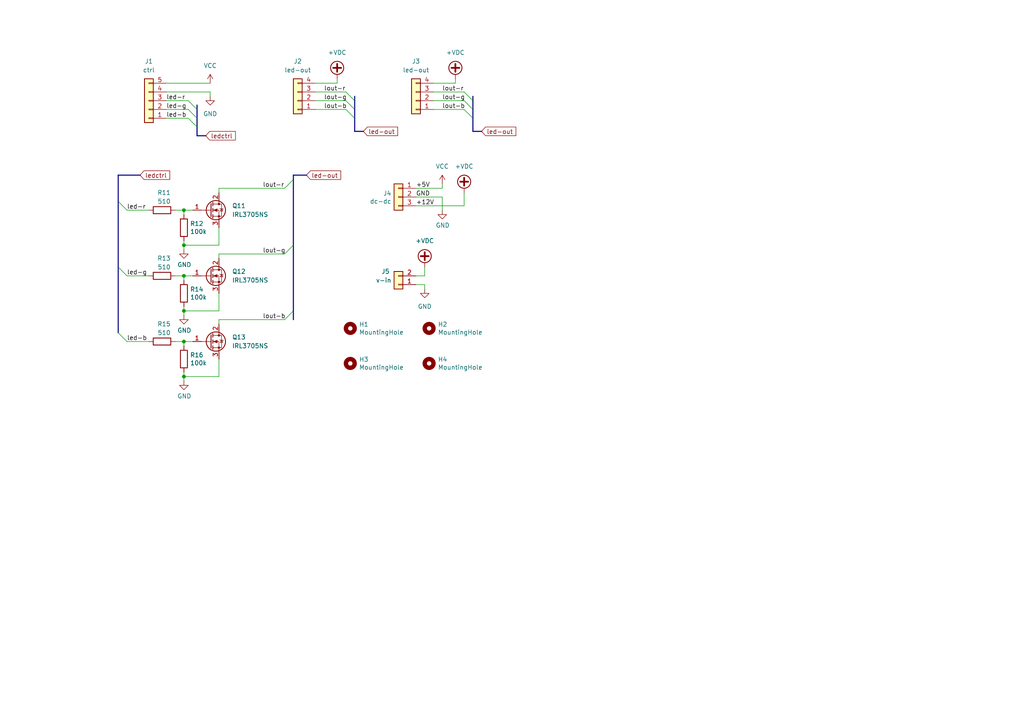
<source format=kicad_sch>
(kicad_sch (version 20230121) (generator eeschema)
  (paper "A4")
  (lib_symbols
    (symbol "Connector_Generic:Conn_01x02" (pin_names (offset 1.016) hide)
      (property "Reference" "J" (at 0 2.54 0))
      (property "Value" "Conn_01x02" (at 0 -5.08 0))
      (symbol "Conn_01x02_1_1"
        (rectangle (start -1.27 -2.413) (end 0 -2.667) (stroke (width 0.1524)))
        (rectangle (start -1.27 0.127) (end 0 -0.127) (stroke (width 0.1524)))
        (rectangle (start -1.27 1.27) (end 1.27 -3.81) (stroke (width 0.254)) (fill (type background)))
        (pin passive line (at -5.08 0 0) (length 3.81) (name "Pin_1") (number "1"))
        (pin passive line (at -5.08 -2.54 0) (length 3.81) (name "Pin_2") (number "2"))
      )
    )
    (symbol "Connector_Generic:Conn_01x03" (pin_names (offset 1.016) hide)
      (property "Reference" "J" (at 0 5.08 0))
      (property "Value" "Conn_01x03" (at 0 -5.08 0))
      (symbol "Conn_01x03_1_1"
        (rectangle (start -1.27 -2.413) (end 0 -2.667) (stroke (width 0.1524)))
        (rectangle (start -1.27 0.127) (end 0 -0.127) (stroke (width 0.1524)))
        (rectangle (start -1.27 2.667) (end 0 2.413) (stroke (width 0.1524)))
        (rectangle (start -1.27 3.81) (end 1.27 -3.81) (stroke (width 0.254)) (fill (type background)))
        (pin passive line (at -5.08 2.54 0) (length 3.81) (name "Pin_1") (number "1"))
        (pin passive line (at -5.08 0 0) (length 3.81) (name "Pin_2") (number "2"))
        (pin passive line (at -5.08 -2.54 0) (length 3.81) (name "Pin_3") (number "3"))
      )
    )
    (symbol "Connector_Generic:Conn_01x04" (pin_names (offset 1.016) hide)
      (property "Reference" "J" (at 0 5.08 0))
      (property "Value" "Conn_01x04" (at 0 -7.62 0))
      (symbol "Conn_01x04_1_1"
        (rectangle (start -1.27 -4.953) (end 0 -5.207) (stroke (width 0.1524)))
        (rectangle (start -1.27 -2.413) (end 0 -2.667) (stroke (width 0.1524)))
        (rectangle (start -1.27 0.127) (end 0 -0.127) (stroke (width 0.1524)))
        (rectangle (start -1.27 2.667) (end 0 2.413) (stroke (width 0.1524)))
        (rectangle (start -1.27 3.81) (end 1.27 -6.35) (stroke (width 0.254)) (fill (type background)))
        (pin passive line (at -5.08 2.54 0) (length 3.81) (name "Pin_1") (number "1"))
        (pin passive line (at -5.08 0 0) (length 3.81) (name "Pin_2") (number "2"))
        (pin passive line (at -5.08 -2.54 0) (length 3.81) (name "Pin_3") (number "3"))
        (pin passive line (at -5.08 -5.08 0) (length 3.81) (name "Pin_4") (number "4"))
      )
    )
    (symbol "Connector_Generic:Conn_01x05" (pin_names (offset 1.016) hide)
      (property "Reference" "J" (at 0 7.62 0))
      (property "Value" "Conn_01x05" (at 0 -7.62 0))
      (symbol "Conn_01x05_1_1"
        (rectangle (start -1.27 -4.953) (end 0 -5.207) (stroke (width 0.1524)))
        (rectangle (start -1.27 -2.413) (end 0 -2.667) (stroke (width 0.1524)))
        (rectangle (start -1.27 0.127) (end 0 -0.127) (stroke (width 0.1524)))
        (rectangle (start -1.27 2.667) (end 0 2.413) (stroke (width 0.1524)))
        (rectangle (start -1.27 5.207) (end 0 4.953) (stroke (width 0.1524)))
        (rectangle (start -1.27 6.35) (end 1.27 -6.35) (stroke (width 0.254)) (fill (type background)))
        (pin passive line (at -5.08 5.08 0) (length 3.81) (name "Pin_1") (number "1"))
        (pin passive line (at -5.08 2.54 0) (length 3.81) (name "Pin_2") (number "2"))
        (pin passive line (at -5.08 0 0) (length 3.81) (name "Pin_3") (number "3"))
        (pin passive line (at -5.08 -2.54 0) (length 3.81) (name "Pin_4") (number "4"))
        (pin passive line (at -5.08 -5.08 0) (length 3.81) (name "Pin_5") (number "5"))
      )
    )
    (symbol "Device:Q_NMOS_GDS" (pin_names (offset 0) hide)
      (property "Reference" "Q" (at 5.08 1.27 0))
      (property "Value" "Q_NMOS_GDS" (at 5.08 -1.27 0))
      (symbol "Q_NMOS_GDS_0_1"
        (polyline (pts (xy 0.254 0) (xy -2.54 0)))
        (polyline (pts (xy 0.254 1.905) (xy 0.254 -1.905)) (stroke (width 0.254)))
        (polyline (pts (xy 0.762 -1.27) (xy 0.762 -2.286)) (stroke (width 0.254)))
        (polyline (pts (xy 0.762 0.508) (xy 0.762 -0.508)) (stroke (width 0.254)))
        (polyline (pts (xy 0.762 2.286) (xy 0.762 1.27)) (stroke (width 0.254)))
        (polyline (pts (xy 2.54 2.54) (xy 2.54 1.778)))
        (polyline (pts (xy 2.54 -2.54) (xy 2.54 0) (xy 0.762 0)))
        (polyline (pts (xy 0.762 -1.778) (xy 3.302 -1.778) (xy 3.302 1.778) (xy 0.762 1.778)))
        (polyline (pts (xy 1.016 0) (xy 2.032 0.381) (xy 2.032 -0.381) (xy 1.016 0)) (fill (type outline)))
        (polyline (pts (xy 2.794 0.508) (xy 2.921 0.381) (xy 3.683 0.381) (xy 3.81 0.254)))
        (polyline (pts (xy 3.302 0.381) (xy 2.921 -0.254) (xy 3.683 -0.254) (xy 3.302 0.381)))
        (circle (center 1.651 0) (radius 2.794) (stroke (width 0.254)))
        (circle (center 2.54 -1.778) (radius 0.254) (fill (type outline)))
        (circle (center 2.54 1.778) (radius 0.254) (fill (type outline)))
      )
      (symbol "Q_NMOS_GDS_1_1"
        (pin input line (at -5.08 0 0) (length 2.54) (name "G") (number "1"))
        (pin passive line (at 2.54 5.08 270) (length 2.54) (name "D") (number "2"))
        (pin passive line (at 2.54 -5.08 90) (length 2.54) (name "S") (number "3"))
      )
    )
    (symbol "Device:R" (pin_numbers hide) (pin_names (offset 0))
      (property "Reference" "R" (at 2.032 0 90))
      (property "Value" "R" (at 0 0 90))
      (symbol "R_0_1"
        (rectangle (start -1.016 -2.54) (end 1.016 2.54) (stroke (width 0.254)))
      )
      (symbol "R_1_1"
        (pin passive line (at 0 3.81 270) (length 1.27) (name "~") (number "1"))
        (pin passive line (at 0 -3.81 90) (length 1.27) (name "~") (number "2"))
      )
    )
    (symbol "Mechanical:MountingHole" (pin_names (offset 1.016))
      (property "Reference" "H" (at 0 5.08 0))
      (property "Value" "MountingHole" (at 0 3.175 0))
      (symbol "MountingHole_0_1"
        (circle (center 0 0) (radius 1.27) (stroke (width 1.27)))
      )
    )
    (symbol "power:+VDC" (power) (pin_names (offset 0))
      (property "Value" "+VDC" (at 0 6.35 0))
      (symbol "+VDC_0_1"
        (polyline (pts (xy -1.143 3.175) (xy 1.143 3.175)) (stroke (width 0.508)))
        (polyline (pts (xy 0 0) (xy 0 1.27)))
        (polyline (pts (xy 0 2.032) (xy 0 4.318)) (stroke (width 0.508)))
        (circle (center 0 3.175) (radius 1.905) (stroke (width 0.254)))
      )
      (symbol "+VDC_1_1"
        (pin power_in line (at 0 0 90) (length 0) hide (name "+VDC") (number "1"))
      )
    )
    (symbol "power:GND" (power) (pin_names (offset 0))
      (property "Value" "GND" (at 0 -3.81 0))
      (symbol "GND_0_1"
        (polyline (pts (xy 0 0) (xy 0 -1.27) (xy 1.27 -1.27) (xy 0 -2.54) (xy -1.27 -1.27) (xy 0 -1.27)))
      )
      (symbol "GND_1_1"
        (pin power_in line (at 0 0 270) (length 0) hide (name "GND") (number "1"))
      )
    )
    (symbol "power:VCC" (power) (pin_names (offset 0))
      (property "Value" "VCC" (at 0 3.81 0))
      (symbol "VCC_0_1"
        (polyline (pts (xy -0.762 1.27) (xy 0 2.54)))
        (polyline (pts (xy 0 0) (xy 0 2.54)))
        (polyline (pts (xy 0 2.54) (xy 0.762 1.27)))
      )
      (symbol "VCC_1_1"
        (pin power_in line (at 0 0 90) (length 0) hide (name "VCC") (number "1"))
      )
    )
  )
  (junction (at 53.34 80.01))
  (junction (at 53.34 90.17))
  (junction (at 53.34 60.96))
  (junction (at 53.34 71.12))
  (junction (at 53.34 99.06))
  (junction (at 53.34 109.22))
  (bus_entry (at 34.29 58.42) (size 2.54 2.54))
  (bus_entry (at 54.61 29.21) (size 2.54 2.54))
  (bus_entry (at 100.33 31.75) (size 2.54 2.54))
  (bus_entry (at 82.55 73.66) (size 2.54 -2.54))
  (bus_entry (at 34.29 77.47) (size 2.54 2.54))
  (bus_entry (at 100.33 29.21) (size 2.54 2.54))
  (bus_entry (at 82.55 92.71) (size 2.54 -2.54))
  (bus_entry (at 134.62 31.75) (size 2.54 2.54))
  (bus_entry (at 134.62 29.21) (size 2.54 2.54))
  (bus_entry (at 34.29 96.52) (size 2.54 2.54))
  (bus_entry (at 134.62 26.67) (size 2.54 2.54))
  (bus_entry (at 82.55 54.61) (size 2.54 -2.54))
  (bus_entry (at 54.61 34.29) (size 2.54 2.54))
  (bus_entry (at 54.61 31.75) (size 2.54 2.54))
  (bus_entry (at 100.33 26.67) (size 2.54 2.54))
  (bus (pts (xy 85.09 92.71) (xy 85.09 90.17)))
  (wire (pts (xy 50.8 60.96) (xy 53.34 60.96)))
  (wire (pts (xy 63.5 54.61) (xy 63.5 55.88)))
  (bus (pts (xy 137.16 27.94) (xy 137.16 29.21)))
  (wire (pts (xy 132.08 24.13) (xy 132.08 22.86)))
  (wire (pts (xy 63.5 92.71) (xy 82.55 92.71)))
  (bus (pts (xy 137.16 38.1) (xy 139.7 38.1)))
  (wire (pts (xy 48.26 34.29) (xy 54.61 34.29)))
  (wire (pts (xy 53.34 69.85) (xy 53.34 71.12)))
  (bus (pts (xy 85.09 50.8) (xy 88.9 50.8)))
  (wire (pts (xy 125.73 29.21) (xy 134.62 29.21)))
  (wire (pts (xy 120.65 82.55) (xy 123.19 82.55)))
  (wire (pts (xy 53.34 107.95) (xy 53.34 109.22)))
  (bus (pts (xy 102.87 38.1) (xy 105.41 38.1)))
  (bus (pts (xy 102.87 29.21) (xy 102.87 31.75)))
  (wire (pts (xy 36.83 80.01) (xy 43.18 80.01)))
  (wire (pts (xy 125.73 31.75) (xy 134.62 31.75)))
  (wire (pts (xy 63.5 92.71) (xy 63.5 93.98)))
  (bus (pts (xy 57.15 36.83) (xy 57.15 39.37)))
  (wire (pts (xy 50.8 80.01) (xy 53.34 80.01)))
  (bus (pts (xy 57.15 31.75) (xy 57.15 34.29)))
  (wire (pts (xy 48.26 31.75) (xy 54.61 31.75)))
  (wire (pts (xy 53.34 60.96) (xy 55.88 60.96)))
  (bus (pts (xy 102.87 31.75) (xy 102.87 34.29)))
  (wire (pts (xy 53.34 88.9) (xy 53.34 90.17)))
  (bus (pts (xy 34.29 58.42) (xy 34.29 77.47)))
  (bus (pts (xy 85.09 52.07) (xy 85.09 50.8)))
  (wire (pts (xy 53.34 80.01) (xy 53.34 81.28)))
  (wire (pts (xy 53.34 109.22) (xy 53.34 110.49)))
  (wire (pts (xy 120.65 80.01) (xy 123.19 80.01)))
  (bus (pts (xy 102.87 27.94) (xy 102.87 29.21)))
  (wire (pts (xy 63.5 104.14) (xy 63.5 109.22)))
  (wire (pts (xy 63.5 73.66) (xy 63.5 74.93)))
  (wire (pts (xy 48.26 26.67) (xy 60.96 26.67)))
  (wire (pts (xy 125.73 26.67) (xy 134.62 26.67)))
  (bus (pts (xy 40.64 50.8) (xy 34.29 50.8)))
  (wire (pts (xy 63.5 85.09) (xy 63.5 90.17)))
  (wire (pts (xy 53.34 71.12) (xy 63.5 71.12)))
  (wire (pts (xy 53.34 109.22) (xy 63.5 109.22)))
  (wire (pts (xy 123.19 80.01) (xy 123.19 77.47)))
  (wire (pts (xy 63.5 73.66) (xy 82.55 73.66)))
  (wire (pts (xy 60.96 26.67) (xy 60.96 27.94)))
  (wire (pts (xy 134.62 59.69) (xy 134.62 55.88)))
  (bus (pts (xy 34.29 77.47) (xy 34.29 96.52)))
  (wire (pts (xy 53.34 90.17) (xy 63.5 90.17)))
  (wire (pts (xy 53.34 99.06) (xy 55.88 99.06)))
  (bus (pts (xy 85.09 90.17) (xy 85.09 71.12)))
  (bus (pts (xy 57.15 30.48) (xy 57.15 31.75)))
  (wire (pts (xy 120.65 59.69) (xy 134.62 59.69)))
  (wire (pts (xy 63.5 54.61) (xy 82.55 54.61)))
  (wire (pts (xy 128.27 54.61) (xy 128.27 53.34)))
  (wire (pts (xy 123.19 82.55) (xy 123.19 83.82)))
  (bus (pts (xy 57.15 34.29) (xy 57.15 36.83)))
  (wire (pts (xy 128.27 57.15) (xy 128.27 60.96)))
  (wire (pts (xy 91.44 31.75) (xy 100.33 31.75)))
  (wire (pts (xy 53.34 71.12) (xy 53.34 72.39)))
  (wire (pts (xy 91.44 29.21) (xy 100.33 29.21)))
  (wire (pts (xy 63.5 66.04) (xy 63.5 71.12)))
  (wire (pts (xy 91.44 24.13) (xy 97.79 24.13)))
  (wire (pts (xy 36.83 60.96) (xy 43.18 60.96)))
  (wire (pts (xy 125.73 24.13) (xy 132.08 24.13)))
  (wire (pts (xy 97.79 24.13) (xy 97.79 22.86)))
  (wire (pts (xy 91.44 26.67) (xy 100.33 26.67)))
  (wire (pts (xy 48.26 24.13) (xy 60.96 24.13)))
  (bus (pts (xy 85.09 71.12) (xy 85.09 52.07)))
  (bus (pts (xy 34.29 50.8) (xy 34.29 58.42)))
  (wire (pts (xy 53.34 80.01) (xy 55.88 80.01)))
  (wire (pts (xy 53.34 99.06) (xy 53.34 100.33)))
  (wire (pts (xy 120.65 54.61) (xy 128.27 54.61)))
  (wire (pts (xy 120.65 57.15) (xy 128.27 57.15)))
  (wire (pts (xy 36.83 99.06) (xy 43.18 99.06)))
  (wire (pts (xy 48.26 29.21) (xy 54.61 29.21)))
  (wire (pts (xy 53.34 60.96) (xy 53.34 62.23)))
  (wire (pts (xy 53.34 90.17) (xy 53.34 91.44)))
  (wire (pts (xy 50.8 99.06) (xy 53.34 99.06)))
  (bus (pts (xy 137.16 29.21) (xy 137.16 31.75)))
  (bus (pts (xy 137.16 34.29) (xy 137.16 38.1)))
  (bus (pts (xy 137.16 31.75) (xy 137.16 34.29)))
  (bus (pts (xy 102.87 34.29) (xy 102.87 38.1)))
  (bus (pts (xy 57.15 39.37) (xy 59.69 39.37)))
  (label "led-b" (at 36.83 99.06 0))
  (label "lout-r" (at 93.98 26.67 0))
  (label "led-b" (at 48.26 34.29 0))
  (label "lout-b" (at 93.98 31.75 0))
  (label "lout-r" (at 76.2 54.61 0))
  (label "+5V" (at 120.65 54.61 0))
  (label "lout-b" (at 128.27 31.75 0))
  (label "GND" (at 120.65 57.15 0))
  (label "lout-b" (at 76.2 92.71 0))
  (label "+12V" (at 120.65 59.69 0))
  (label "lout-g" (at 128.27 29.21 0))
  (label "lout-g" (at 93.98 29.21 0))
  (label "led-r" (at 48.26 29.21 0))
  (label "led-g" (at 48.26 31.75 0))
  (label "lout-r" (at 128.27 26.67 0))
  (label "lout-g" (at 76.2 73.66 0))
  (label "led-g" (at 36.83 80.01 0))
  (label "led-r" (at 36.83 60.96 0))
  (global_label "ledctrl" (shape input) (at 40.64 50.8 0) (property "Intersheetrefs" "${INTERSHEET_REFS}" (effects hide)))
  (global_label "led-out" (shape input) (at 88.9 50.8 0) (property "Intersheetrefs" "${INTERSHEET_REFS}" (effects hide)))
  (global_label "led-out" (shape input) (at 105.41 38.1 0) (property "Intersheetrefs" "${INTERSHEET_REFS}" (effects hide)))
  (global_label "ledctrl" (shape input) (at 59.69 39.37 0) (property "Intersheetrefs" "${INTERSHEET_REFS}" (effects hide)))
  (global_label "led-out" (shape input) (at 139.7 38.1 0) (property "Intersheetrefs" "${INTERSHEET_REFS}" (effects hide)))
  (symbol (lib_id "Mechanical:MountingHole") (at 101.6 95.25 0) (unit 1)
    (property "Reference" "H1" (at 104.14 94.0816 0) (effects (justify left)))
    (property "Value" "MountingHole" (at 104.14 96.393 0) (effects (justify left)))
    (property "Footprint" "MountingHole:MountingHole_3.2mm_M3" (effects hide))
  )
  (symbol (lib_id "Device:R") (at 46.99 99.06 90) (unit 1)
    (property "Reference" "R15" (at 49.53 93.98 90) (effects (justify left)))
    (property "Value" "510" (at 49.53 96.52 90) (effects (justify left)))
    (property "Footprint" "Resistor_SMD:R_0805_2012Metric" (effects hide))
  )
  (symbol (lib_id "power:GND") (at 128.27 60.96 0) (unit 1)
    (property "Reference" "#PWR07" (effects hide))
    (property "Value" "GND" (at 128.397 65.3542 0))
  )
  (symbol (lib_id "Connector_Generic:Conn_01x04") (at 120.65 29.21 180) (unit 1)
    (property "Reference" "J3" (at 120.65 17.78 0))
    (property "Value" "led-out" (at 120.65 20.32 0))
    (property "Footprint" "Connector_JST:JST_XH_S4B-XH-A_1x04_P2.50mm_Horizontal" (effects hide))
  )
  (symbol (lib_id "Mechanical:MountingHole") (at 124.46 105.41 0) (unit 1)
    (property "Reference" "H4" (at 127 104.2416 0) (effects (justify left)))
    (property "Value" "MountingHole" (at 127 106.553 0) (effects (justify left)))
    (property "Footprint" "MountingHole:MountingHole_3.2mm_M3" (effects hide))
  )
  (symbol (lib_id "Device:R") (at 53.34 104.14 0) (unit 1)
    (property "Reference" "R16" (at 55.118 102.9716 0) (effects (justify left)))
    (property "Value" "100k" (at 55.118 105.283 0) (effects (justify left)))
    (property "Footprint" "Resistor_SMD:R_0805_2012Metric" (effects hide))
  )
  (symbol (lib_id "Device:R") (at 53.34 85.09 0) (unit 1)
    (property "Reference" "R14" (at 55.118 83.9216 0) (effects (justify left)))
    (property "Value" "100k" (at 55.118 86.233 0) (effects (justify left)))
    (property "Footprint" "Resistor_SMD:R_0805_2012Metric" (effects hide))
  )
  (symbol (lib_id "power:+VDC") (at 132.08 22.86 0) (unit 1)
    (property "Reference" "#PWR05" (effects hide))
    (property "Value" "+VDC" (at 132.08 15.24 0))
  )
  (symbol (lib_id "Device:R") (at 46.99 80.01 90) (unit 1)
    (property "Reference" "R13" (at 49.53 74.93 90) (effects (justify left)))
    (property "Value" "510" (at 49.53 77.47 90) (effects (justify left)))
    (property "Footprint" "Resistor_SMD:R_0805_2012Metric" (effects hide))
  )
  (symbol (lib_id "Device:R") (at 53.34 66.04 0) (unit 1)
    (property "Reference" "R12" (at 55.118 64.8716 0) (effects (justify left)))
    (property "Value" "100k" (at 55.118 67.183 0) (effects (justify left)))
    (property "Footprint" "Resistor_SMD:R_0805_2012Metric" (effects hide))
  )
  (symbol (lib_id "Mechanical:MountingHole") (at 101.6 105.41 0) (unit 1)
    (property "Reference" "H3" (at 104.14 104.2416 0) (effects (justify left)))
    (property "Value" "MountingHole" (at 104.14 106.553 0) (effects (justify left)))
    (property "Footprint" "MountingHole:MountingHole_3.2mm_M3" (effects hide))
  )
  (symbol (lib_id "Device:Q_NMOS_GDS") (at 60.96 60.96 0) (unit 1)
    (property "Reference" "Q11" (at 67.31 59.69 0) (effects (justify left)))
    (property "Value" "IRL3705NS" (at 67.31 62.23 0) (effects (justify left)))
    (property "Footprint" "Package_TO_SOT_SMD:TO-263-2" (effects hide))
  )
  (symbol (lib_id "power:+VDC") (at 123.19 77.47 0) (unit 1)
    (property "Reference" "#PWR012" (effects hide))
    (property "Value" "+VDC" (at 123.19 69.85 0))
  )
  (symbol (lib_id "power:VCC") (at 60.96 24.13 0) (unit 1)
    (property "Reference" "#PWR01" (effects hide))
    (property "Value" "VCC" (at 60.96 19.05 0))
  )
  (symbol (lib_id "power:GND") (at 123.19 83.82 0) (unit 1)
    (property "Reference" "#PWR011" (effects hide))
    (property "Value" "GND" (at 123.19 88.9 0))
  )
  (symbol (lib_id "Mechanical:MountingHole") (at 124.46 95.25 0) (unit 1)
    (property "Reference" "H2" (at 127 94.0816 0) (effects (justify left)))
    (property "Value" "MountingHole" (at 127 96.393 0) (effects (justify left)))
    (property "Footprint" "MountingHole:MountingHole_3.2mm_M3" (effects hide))
  )
  (symbol (lib_id "power:+VDC") (at 97.79 22.86 0) (unit 1)
    (property "Reference" "#PWR03" (effects hide))
    (property "Value" "+VDC" (at 97.79 15.24 0))
  )
  (symbol (lib_id "power:GND") (at 53.34 110.49 0) (unit 1)
    (property "Reference" "#PWR08" (effects hide))
    (property "Value" "GND" (at 53.467 114.8842 0))
  )
  (symbol (lib_id "Connector_Generic:Conn_01x03") (at 115.57 57.15 0) (mirror y) (unit 1)
    (property "Reference" "J4" (at 113.538 56.0832 0) (effects (justify left)))
    (property "Value" "dc-dc" (at 113.538 58.3946 0) (effects (justify left)))
    (property "Footprint" "Connector_PinHeader_2.54mm:PinHeader_1x03_P2.54mm_Vertical" (effects hide))
  )
  (symbol (lib_id "power:GND") (at 60.96 27.94 0) (unit 1)
    (property "Reference" "#PWR02" (effects hide))
    (property "Value" "GND" (at 60.96 33.02 0))
  )
  (symbol (lib_id "power:+VDC") (at 134.62 55.88 0) (unit 1)
    (property "Reference" "#PWR010" (effects hide))
    (property "Value" "+VDC" (at 134.62 48.26 0))
  )
  (symbol (lib_id "Connector_Generic:Conn_01x02") (at 115.57 82.55 180) (unit 1)
    (property "Reference" "J5" (at 113.03 78.74 0) (effects (justify left)))
    (property "Value" "v-in" (at 113.538 81.3054 0) (effects (justify left)))
    (property "Footprint" "Connector_Wire:SolderWire-0.75sqmm_1x02_P4.8mm_D1.25mm_OD2.3mm" (effects hide))
  )
  (symbol (lib_id "power:VCC") (at 128.27 53.34 0) (unit 1)
    (property "Reference" "#PWR09" (effects hide))
    (property "Value" "VCC" (at 128.27 48.26 0))
  )
  (symbol (lib_id "power:GND") (at 53.34 91.44 0) (unit 1)
    (property "Reference" "#PWR06" (effects hide))
    (property "Value" "GND" (at 53.467 95.8342 0))
  )
  (symbol (lib_id "power:GND") (at 53.34 72.39 0) (unit 1)
    (property "Reference" "#PWR04" (effects hide))
    (property "Value" "GND" (at 53.467 76.7842 0))
  )
  (symbol (lib_id "Device:Q_NMOS_GDS") (at 60.96 80.01 0) (unit 1)
    (property "Reference" "Q12" (at 67.31 78.74 0) (effects (justify left)))
    (property "Value" "IRL3705NS" (at 67.31 81.28 0) (effects (justify left)))
    (property "Footprint" "Package_TO_SOT_SMD:TO-263-2" (effects hide))
  )
  (symbol (lib_id "Connector_Generic:Conn_01x05") (at 43.18 29.21 180) (unit 1)
    (property "Reference" "J1" (at 43.18 17.78 0))
    (property "Value" "ctrl" (at 43.18 20.32 0))
    (property "Footprint" "Connector_JST:JST_XH_S5B-XH-A_1x05_P2.50mm_Horizontal" (effects hide))
  )
  (symbol (lib_id "Device:R") (at 46.99 60.96 90) (unit 1)
    (property "Reference" "R11" (at 49.53 55.88 90) (effects (justify left)))
    (property "Value" "510" (at 49.53 58.42 90) (effects (justify left)))
    (property "Footprint" "Resistor_SMD:R_0805_2012Metric" (effects hide))
  )
  (symbol (lib_id "Connector_Generic:Conn_01x04") (at 86.36 29.21 180) (unit 1)
    (property "Reference" "J2" (at 86.36 17.78 0))
    (property "Value" "led-out" (at 86.36 20.32 0))
    (property "Footprint" "Connector_JST:JST_XH_S4B-XH-A_1x04_P2.50mm_Horizontal" (effects hide))
  )
  (symbol (lib_id "Device:Q_NMOS_GDS") (at 60.96 99.06 0) (unit 1)
    (property "Reference" "Q13" (at 67.31 97.79 0) (effects (justify left)))
    (property "Value" "IRL3705NS" (at 67.31 100.33 0) (effects (justify left)))
    (property "Footprint" "Package_TO_SOT_SMD:TO-263-2" (effects hide))
  )
)
</source>
